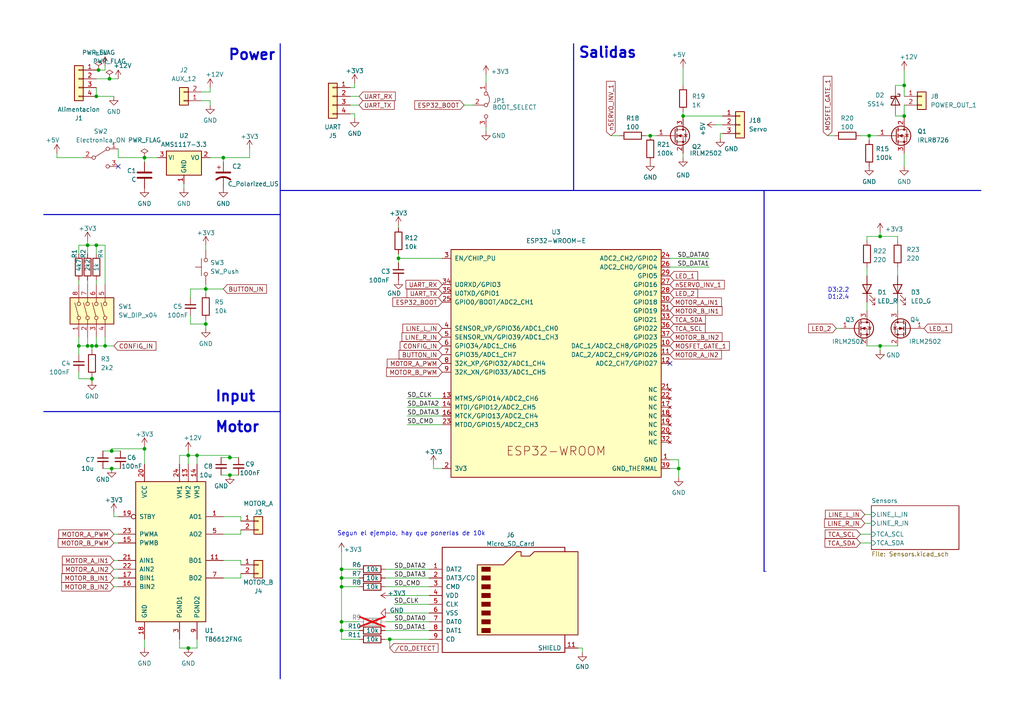
<source format=kicad_sch>
(kicad_sch (version 20230121) (generator eeschema)
  (paper "A4")
  (title_block (title "Minisumo V1") (company "Por Laboratorio Gluon") (comment 1 "www.twitch.tv/labgluon"))
  (junction (at 64.77 45.72))
  (junction (at 262.255 24.765))
  (junction (at 262.255 33.655))
  (junction (at 26.67 109.855))
  (junction (at 66.675 132.715))
  (junction (at 66.675 137.795))
  (junction (at 26.67 100.33))
  (junction (at 57.15 132.08))
  (junction (at 113.03 185.42))
  (junction (at 252.095 39.37))
  (junction (at 59.69 83.82))
  (junction (at 255.27 100.33))
  (junction (at 30.48 100.33))
  (junction (at 32.385 130.81))
  (junction (at 27.94 100.33))
  (junction (at 28.575 20.32))
  (junction (at 115.57 74.93))
  (junction (at 99.06 165.1))
  (junction (at 32.385 135.89))
  (junction (at 41.91 45.72))
  (junction (at 27.94 27.94))
  (junction (at 188.595 39.37))
  (junction (at 25.4 71.12))
  (junction (at 25.4 100.33))
  (junction (at 59.69 93.98))
  (junction (at 22.86 100.33))
  (junction (at 54.61 187.96))
  (junction (at 54.61 132.08))
  (junction (at 99.06 170.18))
  (junction (at 31.75 22.86))
  (junction (at 196.85 135.89))
  (junction (at 27.94 71.12))
  (junction (at 41.91 130.175))
  (junction (at 255.27 68.58))
  (junction (at 99.06 182.88))
  (junction (at 99.06 180.34))
  (junction (at 198.12 33.655))
  (junction (at 99.06 167.64))
  (no_connect (at 194.31 105.41))
  (no_connect (at 34.29 48.26))
  (wire (pts (xy 34.29 45.72) (xy 41.91 45.72)))
  (wire (pts (xy 52.07 134.62) (xy 52.07 132.08)))
  (wire (pts (xy 99.06 185.42) (xy 99.06 182.88)))
  (wire (pts (xy 260.35 68.58) (xy 260.35 69.85)))
  (wire (pts (xy 16.51 45.72) (xy 16.51 44.45)))
  (wire (pts (xy 250.825 151.765) (xy 252.73 151.765)))
  (wire (pts (xy 60.96 29.21) (xy 60.96 30.48)))
  (wire (pts (xy 57.15 132.08) (xy 54.61 132.08)))
  (polyline (pts (xy 284.48 55.245) (xy 166.37 55.245)) (stroke (width 0.3)))
  (wire (pts (xy 52.07 185.42) (xy 52.07 187.96)))
  (wire (pts (xy 55.245 83.82) (xy 59.69 83.82)))
  (wire (pts (xy 25.4 71.12) (xy 22.86 71.12)))
  (wire (pts (xy 115.57 74.93) (xy 128.27 74.93)))
  (wire (pts (xy 30.48 100.33) (xy 27.94 100.33)))
  (wire (pts (xy 41.91 129.54) (xy 41.91 130.175)))
  (wire (pts (xy 251.46 69.85) (xy 251.46 68.58)))
  (polyline (pts (xy 81.28 55.245) (xy 166.37 55.245)) (stroke (width 0.3)))
  (wire (pts (xy 99.06 167.64) (xy 99.06 170.18)))
  (wire (pts (xy 262.255 33.655) (xy 262.255 34.29)))
  (wire (pts (xy 59.69 82.55) (xy 59.69 83.82)))
  (wire (pts (xy 33.02 154.94) (xy 34.29 154.94)))
  (wire (pts (xy 249.555 157.48) (xy 252.73 157.48)))
  (wire (pts (xy 52.07 187.96) (xy 54.61 187.96)))
  (wire (pts (xy 69.85 167.64) (xy 69.85 166.37)))
  (wire (pts (xy 125.73 135.89) (xy 125.73 134.62)))
  (wire (pts (xy 111.76 180.34) (xy 124.46 180.34)))
  (wire (pts (xy 30.48 71.12) (xy 27.94 71.12)))
  (wire (pts (xy 187.325 39.37) (xy 188.595 39.37)))
  (wire (pts (xy 30.48 97.79) (xy 30.48 100.33)))
  (wire (pts (xy 26.67 100.33) (xy 27.94 100.33)))
  (wire (pts (xy 102.87 33.02) (xy 102.87 34.29)))
  (wire (pts (xy 262.255 20.32) (xy 262.255 24.765)))
  (wire (pts (xy 22.86 81.28) (xy 22.86 82.55)))
  (wire (pts (xy 188.595 39.37) (xy 190.5 39.37)))
  (wire (pts (xy 60.96 26.67) (xy 60.96 25.4)))
  (wire (pts (xy 99.06 160.02) (xy 99.06 165.1)))
  (wire (pts (xy 25.4 100.33) (xy 26.67 100.33)))
  (wire (pts (xy 58.42 26.67) (xy 60.96 26.67)))
  (wire (pts (xy 27.94 20.32) (xy 28.575 20.32)))
  (wire (pts (xy 113.03 172.72) (xy 124.46 172.72)))
  (wire (pts (xy 57.15 187.96) (xy 57.15 185.42)))
  (wire (pts (xy 55.245 91.44) (xy 55.245 93.98)))
  (wire (pts (xy 30.48 100.33) (xy 33.02 100.33)))
  (wire (pts (xy 102.87 25.4) (xy 102.87 24.13)))
  (wire (pts (xy 111.76 170.18) (xy 124.46 170.18)))
  (wire (pts (xy 27.94 73.66) (xy 27.94 71.12)))
  (wire (pts (xy 33.02 149.86) (xy 33.02 148.59)))
  (wire (pts (xy 66.675 132.715) (xy 66.675 132.08)))
  (polyline (pts (xy 12.7 62.23) (xy 81.28 62.23)) (stroke (width 0.3)))
  (wire (pts (xy 101.6 33.02) (xy 102.87 33.02)))
  (polyline (pts (xy 221.615 165.735) (xy 222.25 165.735)))
  (wire (pts (xy 111.76 167.64) (xy 124.46 167.64)))
  (wire (pts (xy 255.27 100.33) (xy 255.27 101.6)))
  (wire (pts (xy 111.76 165.1) (xy 124.46 165.1)))
  (wire (pts (xy 59.69 93.98) (xy 59.69 95.25)))
  (wire (pts (xy 41.91 45.72) (xy 45.72 45.72)))
  (wire (pts (xy 128.27 135.89) (xy 125.73 135.89)))
  (wire (pts (xy 242.57 95.25) (xy 243.84 95.25)))
  (wire (pts (xy 34.29 43.18) (xy 34.29 45.72)))
  (wire (pts (xy 101.6 25.4) (xy 102.87 25.4)))
  (wire (pts (xy 251.46 77.47) (xy 251.46 80.01)))
  (wire (pts (xy 262.255 44.45) (xy 262.255 48.26)))
  (wire (pts (xy 118.11 118.11) (xy 128.27 118.11)))
  (wire (pts (xy 27.94 22.86) (xy 31.75 22.86)))
  (wire (pts (xy 99.06 170.18) (xy 99.06 180.34)))
  (wire (pts (xy 58.42 29.21) (xy 60.96 29.21)))
  (wire (pts (xy 64.77 149.86) (xy 69.85 149.86)))
  (wire (pts (xy 30.48 71.12) (xy 30.48 82.55)))
  (wire (pts (xy 72.39 43.18) (xy 72.39 45.72)))
  (wire (pts (xy 99.06 180.34) (xy 104.14 180.34)))
  (wire (pts (xy 55.245 86.36) (xy 55.245 83.82)))
  (wire (pts (xy 113.03 177.8) (xy 124.46 177.8)))
  (wire (pts (xy 113.03 185.42) (xy 124.46 185.42)))
  (wire (pts (xy 249.555 154.94) (xy 252.73 154.94)))
  (polyline (pts (xy 221.615 55.245) (xy 221.615 165.735)) (stroke (width 0.3)))
  (wire (pts (xy 30.48 19.05) (xy 30.48 20.32)))
  (wire (pts (xy 22.86 100.33) (xy 22.86 102.87)))
  (wire (pts (xy 251.46 100.33) (xy 255.27 100.33)))
  (wire (pts (xy 252.095 39.37) (xy 252.095 40.64)))
  (wire (pts (xy 22.86 97.79) (xy 22.86 100.33)))
  (wire (pts (xy 41.91 45.72) (xy 41.91 46.99)))
  (wire (pts (xy 118.11 123.19) (xy 128.27 123.19)))
  (wire (pts (xy 33.02 162.56) (xy 34.29 162.56)))
  (wire (pts (xy 111.76 185.42) (xy 113.03 185.42)))
  (wire (pts (xy 59.69 83.82) (xy 59.69 85.09)))
  (wire (pts (xy 64.77 162.56) (xy 69.85 162.56)))
  (wire (pts (xy 26.67 100.33) (xy 26.67 101.6)))
  (wire (pts (xy 260.35 87.63) (xy 260.35 90.17)))
  (wire (pts (xy 259.715 25.4) (xy 259.715 24.765)))
  (wire (pts (xy 33.02 170.18) (xy 34.29 170.18)))
  (wire (pts (xy 32.385 130.81) (xy 32.385 130.175)))
  (wire (pts (xy 198.12 32.385) (xy 198.12 33.655)))
  (wire (pts (xy 99.06 165.1) (xy 99.06 167.64)))
  (wire (pts (xy 53.34 53.34) (xy 53.34 54.61)))
  (wire (pts (xy 255.27 100.33) (xy 260.35 100.33)))
  (wire (pts (xy 99.06 165.1) (xy 104.14 165.1)))
  (wire (pts (xy 140.97 36.83) (xy 140.97 38.1)))
  (wire (pts (xy 250.825 149.225) (xy 252.73 149.225)))
  (wire (pts (xy 198.12 44.45) (xy 198.12 45.72)))
  (wire (pts (xy 207.645 36.195) (xy 209.55 36.195)))
  (wire (pts (xy 99.06 182.88) (xy 104.14 182.88)))
  (wire (pts (xy 25.4 71.12) (xy 25.4 73.66)))
  (wire (pts (xy 25.4 69.85) (xy 25.4 71.12)))
  (wire (pts (xy 115.57 73.66) (xy 115.57 74.93)))
  (wire (pts (xy 64.77 46.99) (xy 64.77 45.72)))
  (wire (pts (xy 33.02 165.1) (xy 34.29 165.1)))
  (wire (pts (xy 22.86 107.95) (xy 22.86 109.855)))
  (wire (pts (xy 114.3 175.26) (xy 124.46 175.26)))
  (wire (pts (xy 69.85 162.56) (xy 69.85 163.83)))
  (wire (pts (xy 33.02 157.48) (xy 34.29 157.48)))
  (wire (pts (xy 25.4 81.28) (xy 25.4 82.55)))
  (wire (pts (xy 262.255 30.48) (xy 262.255 33.655)))
  (wire (pts (xy 27.94 100.33) (xy 27.94 97.79)))
  (wire (pts (xy 41.91 130.175) (xy 41.91 134.62)))
  (wire (pts (xy 208.915 40.005) (xy 208.915 38.735)))
  (wire (pts (xy 33.02 167.64) (xy 34.29 167.64)))
  (wire (pts (xy 25.4 97.79) (xy 25.4 100.33)))
  (wire (pts (xy 113.03 185.42) (xy 113.03 187.96)))
  (wire (pts (xy 32.385 130.175) (xy 41.91 130.175)))
  (wire (pts (xy 29.845 135.89) (xy 32.385 135.89)))
  (wire (pts (xy 101.6 30.48) (xy 104.14 30.48)))
  (wire (pts (xy 59.69 71.12) (xy 59.69 72.39)))
  (wire (pts (xy 115.57 65.405) (xy 115.57 66.04)))
  (wire (pts (xy 196.85 135.89) (xy 196.85 138.43)))
  (polyline (pts (xy 12.7 119.38) (xy 81.28 119.38)) (stroke (width 0.3)))
  (wire (pts (xy 32.385 135.89) (xy 34.925 135.89)))
  (wire (pts (xy 27.94 27.94) (xy 33.02 27.94)))
  (wire (pts (xy 251.46 68.58) (xy 255.27 68.58)))
  (wire (pts (xy 31.75 22.86) (xy 34.29 22.86)))
  (wire (pts (xy 41.91 185.42) (xy 41.91 187.96)))
  (wire (pts (xy 255.27 68.58) (xy 260.35 68.58)))
  (wire (pts (xy 66.675 137.795) (xy 69.215 137.795)))
  (wire (pts (xy 99.06 170.18) (xy 104.14 170.18)))
  (wire (pts (xy 26.67 109.855) (xy 26.67 110.49)))
  (wire (pts (xy 57.15 132.08) (xy 66.675 132.08)))
  (wire (pts (xy 54.61 187.96) (xy 57.15 187.96)))
  (wire (pts (xy 104.14 185.42) (xy 99.06 185.42)))
  (wire (pts (xy 59.69 83.82) (xy 64.77 83.82)))
  (wire (pts (xy 194.31 133.35) (xy 196.85 133.35)))
  (wire (pts (xy 118.11 120.65) (xy 128.27 120.65)))
  (wire (pts (xy 99.06 180.34) (xy 99.06 182.88)))
  (wire (pts (xy 101.6 27.94) (xy 104.14 27.94)))
  (wire (pts (xy 26.67 109.22) (xy 26.67 109.855)))
  (wire (pts (xy 208.915 38.735) (xy 209.55 38.735)))
  (wire (pts (xy 64.77 167.64) (xy 69.85 167.64)))
  (polyline (pts (xy 81.28 12.7) (xy 81.28 62.23)) (stroke (width 0.3)))
  (wire (pts (xy 259.715 33.655) (xy 262.255 33.655)))
  (wire (pts (xy 22.86 71.12) (xy 22.86 73.66)))
  (wire (pts (xy 60.96 45.72) (xy 64.77 45.72)))
  (wire (pts (xy 168.91 187.96) (xy 168.91 189.23)))
  (wire (pts (xy 34.29 149.86) (xy 33.02 149.86)))
  (polyline (pts (xy 166.37 17.145) (xy 166.37 55.245)) (stroke (width 0.3)))
  (wire (pts (xy 259.715 33.02) (xy 259.715 33.655)))
  (wire (pts (xy 254.635 39.37) (xy 252.095 39.37)))
  (polyline (pts (xy 166.37 12.7) (xy 166.37 17.145)) (stroke (width 0.3)))
  (polyline (pts (xy 166.37 55.245) (xy 166.37 55.245)) (stroke (width 0.3)))
  (wire (pts (xy 260.35 77.47) (xy 260.35 80.01)))
  (wire (pts (xy 22.86 100.33) (xy 25.4 100.33)))
  (polyline (pts (xy 81.28 62.23) (xy 81.28 119.38)) (stroke (width 0.3)))
  (wire (pts (xy 198.12 19.685) (xy 198.12 24.765)))
  (wire (pts (xy 27.94 81.28) (xy 27.94 82.55)))
  (wire (pts (xy 64.135 137.795) (xy 66.675 137.795)))
  (wire (pts (xy 194.31 77.47) (xy 205.74 77.47)))
  (wire (pts (xy 69.85 154.94) (xy 64.77 154.94)))
  (wire (pts (xy 22.86 109.855) (xy 26.67 109.855)))
  (wire (pts (xy 194.31 135.89) (xy 196.85 135.89)))
  (wire (pts (xy 240.03 39.37) (xy 241.935 39.37)))
  (wire (pts (xy 54.61 132.08) (xy 54.61 134.62)))
  (wire (pts (xy 29.845 130.81) (xy 32.385 130.81)))
  (wire (pts (xy 198.12 33.655) (xy 198.12 34.29)))
  (polyline (pts (xy 81.28 119.38) (xy 81.28 196.85)) (stroke (width 0.3)))
  (wire (pts (xy 24.13 45.72) (xy 16.51 45.72)))
  (wire (pts (xy 134.62 30.48) (xy 137.16 30.48)))
  (wire (pts (xy 28.575 20.32) (xy 30.48 20.32)))
  (wire (pts (xy 27.94 71.12) (xy 25.4 71.12)))
  (wire (pts (xy 198.12 33.655) (xy 209.55 33.655)))
  (wire (pts (xy 64.135 132.715) (xy 66.675 132.715)))
  (wire (pts (xy 167.64 187.96) (xy 168.91 187.96)))
  (wire (pts (xy 55.245 93.98) (xy 59.69 93.98)))
  (wire (pts (xy 27.94 25.4) (xy 27.94 27.94)))
  (wire (pts (xy 99.06 167.64) (xy 104.14 167.64)))
  (wire (pts (xy 69.85 153.67) (xy 69.85 154.94)))
  (wire (pts (xy 251.46 87.63) (xy 251.46 90.17)))
  (wire (pts (xy 52.07 132.08) (xy 54.61 132.08)))
  (wire (pts (xy 115.57 74.93) (xy 115.57 76.2)))
  (wire (pts (xy 32.385 130.81) (xy 34.925 130.81)))
  (wire (pts (xy 64.77 45.72) (xy 72.39 45.72)))
  (wire (pts (xy 54.61 132.08) (xy 54.61 130.81)))
  (wire (pts (xy 59.69 92.71) (xy 59.69 93.98)))
  (wire (pts (xy 259.715 24.765) (xy 262.255 24.765)))
  (wire (pts (xy 57.15 134.62) (xy 57.15 132.08)))
  (wire (pts (xy 111.76 182.88) (xy 124.46 182.88)))
  (wire (pts (xy 196.85 133.35) (xy 196.85 135.89)))
  (wire (pts (xy 140.97 21.59) (xy 140.97 24.13)))
  (wire (pts (xy 66.675 132.715) (xy 69.215 132.715)))
  (wire (pts (xy 262.255 24.765) (xy 262.255 27.94)))
  (wire (pts (xy 118.11 115.57) (xy 128.27 115.57)))
  (wire (pts (xy 69.85 149.86) (xy 69.85 151.13)))
  (wire (pts (xy 177.165 39.37) (xy 179.705 39.37)))
  (wire (pts (xy 249.555 39.37) (xy 252.095 39.37)))
  (wire (pts (xy 194.31 74.93) (xy 205.74 74.93)))
  (wire (pts (xy 255.27 67.31) (xy 255.27 68.58)))
  (text "Motor" (at 62.23 125.73 0) (effects (font (size 3 3) (thickness 0.6) bold) (justify left bottom)))
  (text "Segun el ejemplo, hay que ponerlas de 10k\n" (at 97.79 155.575 0) (effects (font (size 1.27 1.27)) (justify left bottom)))
  (text "Power" (at 66.04 17.78 0) (effects (font (size 3 3) (thickness 0.6) bold) (justify left bottom)))
  (text "Salidas" (at 167.64 17.145 0) (effects (font (size 3 3) (thickness 0.6) bold) (justify left bottom)))
  (text "D3:2.2\nD1:2.4" (at 240.03 86.995 0) (effects (font (size 1.27 1.27)) (justify left bottom)))
  (text "Todo:\n-----------\n- Leds de estado\n- Salida Servo PWM (x2)\n- Salida High-Power (MOSFET)\n- Control WS2812? (1 Pin)\n- Salida I2c\n" (at 304.8 62.865 0) (effects (font (size 1.27 1.27)) (justify left bottom)))
  (text "Input" (at 62.23 116.84 0) (effects (font (size 3 3) (thickness 0.6) bold) (justify left bottom)))
  (label "SD_DATA2" (at 114.3 165.1 0))
  (label "SD_DATA3" (at 118.11 120.65 0))
  (label "SD_CMD" (at 114.3 170.18 0))
  (label "SD_CLK" (at 114.3 175.26 0))
  (label "SD_DATA0" (at 205.74 74.93 180))
  (label "SD_DATA1" (at 114.3 182.88 0))
  (label "SD_DATA3" (at 114.3 167.64 0))
  (label "SD_DATA2" (at 118.11 118.11 0))
  (label "SD_DATA0" (at 114.3 180.34 0))
  (label "SD_CLK" (at 118.11 115.57 0))
  (label "SD_CMD" (at 118.11 123.19 0))
  (label "SD_DATA1" (at 205.74 77.47 180))
  (global_label "MOTOR_A_PWM" (shape input) (at 33.02 154.94 180) (property "Intersheetrefs" "${INTERSHEET_REFS}" (effects hide)))
  (global_label "LED_1" (shape input) (at 194.31 80.01 0) (property "Intersheetrefs" "${INTERSHEET_REFS}" (effects hide)))
  (global_label "UART_TX" (shape input) (at 128.27 85.09 180) (property "Intersheetrefs" "${INTERSHEET_REFS}" (effects hide)))
  (global_label "ESP32_BOOT" (shape input) (at 134.62 30.48 180) (property "Intersheetrefs" "${INTERSHEET_REFS}" (effects hide)))
  (global_label "LED_2" (shape input) (at 242.57 95.25 180) (property "Intersheetrefs" "${INTERSHEET_REFS}" (effects hide)))
  (global_label "UART_TX" (shape input) (at 104.14 30.48 0) (property "Intersheetrefs" "${INTERSHEET_REFS}" (effects hide)))
  (global_label "UART_RX" (shape input) (at 128.27 82.55 180) (property "Intersheetrefs" "${INTERSHEET_REFS}" (effects hide)))
  (global_label "nSERVO_INV_1" (shape input) (at 194.31 82.55 0) (property "Intersheetrefs" "${INTERSHEET_REFS}" (effects hide)))
  (global_label "MOTOR_B_IN1" (shape input) (at 33.02 167.64 180) (property "Intersheetrefs" "${INTERSHEET_REFS}" (effects hide)))
  (global_label "TCA_SDA" (shape input) (at 194.31 92.71 0) (property "Intersheetrefs" "${INTERSHEET_REFS}" (effects hide)))
  (global_label "LED_2" (shape input) (at 194.31 85.09 0) (property "Intersheetrefs" "${INTERSHEET_REFS}" (effects hide)))
  (global_label "LINE_L_IN" (shape input) (at 128.27 95.25 180) (property "Intersheetrefs" "${INTERSHEET_REFS}" (effects hide)))
  (global_label "TCA_SCL" (shape input) (at 249.555 154.94 180) (property "Intersheetrefs" "${INTERSHEET_REFS}" (effects hide)))
  (global_label "LINE_L_IN" (shape input) (at 250.825 149.225 180) (property "Intersheetrefs" "${INTERSHEET_REFS}" (effects hide)))
  (global_label "MOTOR_B_IN1" (shape input) (at 194.31 90.17 0) (property "Intersheetrefs" "${INTERSHEET_REFS}" (effects hide)))
  (global_label "MOSFET_GATE_1" (shape input) (at 194.31 100.33 0) (property "Intersheetrefs" "${INTERSHEET_REFS}" (effects hide)))
  (global_label "TCA_SCL" (shape input) (at 194.31 95.25 0) (property "Intersheetrefs" "${INTERSHEET_REFS}" (effects hide)))
  (global_label "{slash}CD_DETECT" (shape input) (at 113.03 187.96 0) (property "Intersheetrefs" "${INTERSHEET_REFS}" (effects hide)))
  (global_label "LINE_R_IN" (shape input) (at 128.27 97.79 180) (property "Intersheetrefs" "${INTERSHEET_REFS}" (effects hide)))
  (global_label "MOTOR_A_IN2" (shape input) (at 33.02 165.1 180) (property "Intersheetrefs" "${INTERSHEET_REFS}" (effects hide)))
  (global_label "LED_1" (shape input) (at 267.97 95.25 0) (property "Intersheetrefs" "${INTERSHEET_REFS}" (effects hide)))
  (global_label "MOTOR_A_PWM" (shape input) (at 128.27 105.41 180) (property "Intersheetrefs" "${INTERSHEET_REFS}" (effects hide)))
  (global_label "MOTOR_A_IN1" (shape input) (at 194.31 87.63 0) (property "Intersheetrefs" "${INTERSHEET_REFS}" (effects hide)))
  (global_label "CONFIG_IN" (shape input) (at 33.02 100.33 0) (property "Intersheetrefs" "${INTERSHEET_REFS}" (effects hide)))
  (global_label "LINE_R_IN" (shape input) (at 250.825 151.765 180) (property "Intersheetrefs" "${INTERSHEET_REFS}" (effects hide)))
  (global_label "MOTOR_B_PWM" (shape input) (at 33.02 157.48 180) (property "Intersheetrefs" "${INTERSHEET_REFS}" (effects hide)))
  (global_label "ESP32_BOOT" (shape input) (at 128.27 87.63 180) (property "Intersheetrefs" "${INTERSHEET_REFS}" (effects hide)))
  (global_label "MOSFET_GATE_1" (shape input) (at 240.03 39.37 90) (property "Intersheetrefs" "${INTERSHEET_REFS}" (effects hide)))
  (global_label "BUTTON_IN" (shape input) (at 64.77 83.82 0) (property "Intersheetrefs" "${INTERSHEET_REFS}" (effects hide)))
  (global_label "MOTOR_B_IN2" (shape input) (at 33.02 170.18 180) (property "Intersheetrefs" "${INTERSHEET_REFS}" (effects hide)))
  (global_label "BUTTON_IN" (shape input) (at 128.27 102.87 180) (property "Intersheetrefs" "${INTERSHEET_REFS}" (effects hide)))
  (global_label "MOTOR_B_IN2" (shape input) (at 194.31 97.79 0) (property "Intersheetrefs" "${INTERSHEET_REFS}" (effects hide)))
  (global_label "CONFIG_IN" (shape input) (at 128.27 100.33 180) (property "Intersheetrefs" "${INTERSHEET_REFS}" (effects hide)))
  (global_label "nSERVO_INV_1" (shape input) (at 177.165 39.37 90) (property "Intersheetrefs" "${INTERSHEET_REFS}" (effects hide)))
  (global_label "UART_RX" (shape input) (at 104.14 27.94 0) (property "Intersheetrefs" "${INTERSHEET_REFS}" (effects hide)))
  (global_label "MOTOR_A_IN1" (shape input) (at 33.02 162.56 180) (property "Intersheetrefs" "${INTERSHEET_REFS}" (effects hide)))
  (global_label "MOTOR_A_IN2" (shape input) (at 194.31 102.87 0) (property "Intersheetrefs" "${INTERSHEET_REFS}" (effects hide)))
  (global_label "MOTOR_B_PWM" (shape input) (at 128.27 107.95 180) (property "Intersheetrefs" "${INTERSHEET_REFS}" (effects hide)))
  (global_label "TCA_SDA" (shape input) (at 249.555 157.48 180) (property "Intersheetrefs" "${INTERSHEET_REFS}" (effects hide)))
  (symbol (lib_id "Device:LED") (at 251.46 83.82 90) (unit 1)
    (property "Reference" "D1" (at 254.508 84.7725 90) (effects (justify right)))
    (property "Value" "LED_R" (at 254.508 87.3125 90) (effects (justify right)))
    (property "Footprint" "LED_SMD:LED_1210_3225Metric_Pad1.42x2.65mm_HandSolder" (effects hide))
  )
  (symbol (lib_id "Device:R") (at 251.46 73.66 0) (mirror y) (unit 1)
    (property "Reference" "R22" (at 253.238 72.8253 0) (effects (justify right)))
    (property "Value" "220" (at 253.238 75.3622 0) (effects (justify right)))
    (property "Footprint" "Resistor_SMD:R_1206_3216Metric_Pad1.30x1.75mm_HandSolder" (effects hide))
  )
  (symbol (lib_id "Device:R") (at 25.4 77.47 180) (unit 1)
    (property "Reference" "R2" (at 24.13 74.93 90) (effects (justify right)))
    (property "Value" "2k2" (at 25.4 78.74 90) (effects (justify right)))
    (property "Footprint" "Resistor_SMD:R_1206_3216Metric_Pad1.30x1.75mm_HandSolder" (effects hide))
  )
  (symbol (lib_id "power:GND") (at 64.77 54.61 0) (unit 1)
    (property "Reference" "#PWR018" (effects hide))
    (property "Value" "GND" (at 64.77 59.0534 0))
  )
  (symbol (lib_id "power:+12V") (at 262.255 20.32 0) (unit 1)
    (property "Reference" "#PWR035" (effects hide))
    (property "Value" "+12V" (at 263.525 16.51 0))
  )
  (symbol (lib_id "power:+3V3") (at 255.27 67.31 0) (mirror y) (unit 1)
    (property "Reference" "#PWR063" (effects hide))
    (property "Value" "+3V3" (at 256.667 66.4738 0) (effects (justify right)))
  )
  (symbol (lib_id "Device:R") (at 183.515 39.37 90) (unit 1)
    (property "Reference" "R18" (at 183.515 34.29 90))
    (property "Value" "100" (at 183.515 36.83 90))
    (property "Footprint" "Resistor_SMD:R_1206_3216Metric_Pad1.30x1.75mm_HandSolder" (effects hide))
  )
  (symbol (lib_id "power:GND") (at 198.12 45.72 0) (unit 1)
    (property "Reference" "#PWR059" (effects hide))
    (property "Value" "GND" (at 198.12 50.8 0))
  )
  (symbol (lib_id "power:GND") (at 33.02 27.94 0) (unit 1)
    (property "Reference" "#PWR06" (effects hide))
    (property "Value" "GND" (at 33.02 32.3834 0))
  )
  (symbol (lib_id "power:+3V3") (at 41.91 129.54 0) (mirror y) (unit 1)
    (property "Reference" "#PWR09" (effects hide))
    (property "Value" "+3V3" (at 41.91 125.9642 0))
  )
  (symbol (lib_id "Device:D_Schottky") (at 259.715 29.21 270) (unit 1)
    (property "Reference" "D2" (at 256.54 27.6225 90) (effects (justify right)))
    (property "Value" "SS14" (at 256.54 30.1625 90) (effects (justify right)))
    (property "Footprint" "Diode_SMD:D_SMA_Handsoldering" (effects hide))
  )
  (symbol (lib_id "Driver_Motor:TB6612FNG") (at 49.53 160.02 0) (unit 1)
    (property "Reference" "U1" (at 59.3441 182.88 0) (effects (justify left)))
    (property "Value" "TB6612FNG" (at 59.3441 185.42 0) (effects (justify left)))
    (property "Footprint" "Package_SO:SSOP-24_5.3x8.2mm_P0.65mm" (effects hide))
    (property "Datasheet" "https://toshiba.semicon-storage.com/us/product/linear/motordriver/detail.TB6612FNG.html" (effects hide))
  )
  (symbol (lib_id "Device:R") (at 188.595 43.18 180) (unit 1)
    (property "Reference" "R21" (at 190.5 41.91 0) (effects (justify right)))
    (property "Value" "100k" (at 190.5 44.45 0) (effects (justify right)))
    (property "Footprint" "Resistor_SMD:R_1206_3216Metric_Pad1.30x1.75mm_HandSolder" (effects hide))
  )
  (symbol (lib_id "power:PWR_FLAG") (at 28.575 20.32 0) (unit 1)
    (property "Reference" "#FLG01" (effects hide))
    (property "Value" "PWR_FLAG" (at 28.575 15.24 0))
  )
  (symbol (lib_id "Device:C") (at 41.91 50.8 0) (unit 1)
    (property "Reference" "C1" (at 36.83 49.53 0) (effects (justify left)))
    (property "Value" "C" (at 38.1 52.07 0) (effects (justify left)))
    (property "Footprint" "Capacitor_SMD:C_1206_3216Metric_Pad1.33x1.80mm_HandSolder" (effects hide))
  )
  (symbol (lib_id "power:GND") (at 255.27 101.6 0) (mirror y) (unit 1)
    (property "Reference" "#PWR064" (effects hide))
    (property "Value" "GND" (at 261.112 102.997 0) (effects (justify left)))
  )
  (symbol (lib_id "power:+12V") (at 54.61 130.81 0) (unit 1)
    (property "Reference" "#PWR012" (effects hide))
    (property "Value" "+12V" (at 55.88 127 0))
  )
  (symbol (lib_id "Device:R") (at 107.95 167.64 270) (unit 1)
    (property "Reference" "R7" (at 104.775 166.37 90) (effects (justify right)))
    (property "Value" "10k" (at 109.855 167.64 90) (effects (justify right)))
    (property "Footprint" "Resistor_SMD:R_1206_3216Metric_Pad1.30x1.75mm_HandSolder" (effects hide))
  )
  (symbol (lib_id "Switch:SW_SPDT") (at 29.21 45.72 0) (unit 1)
    (property "Reference" "SW2" (at 29.21 38.1 0))
    (property "Value" "Electronica_ON" (at 29.21 40.64 0))
    (property "Footprint" "switches:SS12D07VG2" (effects hide))
  )
  (symbol (lib_id "power:GND") (at 59.69 95.25 0) (unit 1)
    (property "Reference" "#PWR015" (effects hide))
    (property "Value" "GND" (at 59.69 99.6934 0))
  )
  (symbol (lib_id "power:+3V3") (at 72.39 43.18 0) (mirror y) (unit 1)
    (property "Reference" "#PWR019" (effects hide))
    (property "Value" "+3V3" (at 72.39 39.6042 0))
  )
  (symbol (lib_id "power:GND") (at 26.67 110.49 0) (unit 1)
    (property "Reference" "#PWR03" (effects hide))
    (property "Value" "GND" (at 26.67 114.9334 0))
  )
  (symbol (lib_id "Device:R") (at 107.95 182.88 270) (unit 1)
    (property "Reference" "R10" (at 104.775 181.61 90) (effects (justify right)))
    (property "Value" "10k" (at 109.855 182.88 90) (effects (justify right)))
    (property "Footprint" "Resistor_SMD:R_1206_3216Metric_Pad1.30x1.75mm_HandSolder" (effects hide))
  )
  (symbol (lib_id "power:GND") (at 54.61 187.96 0) (unit 1)
    (property "Reference" "#PWR013" (effects hide))
    (property "Value" "GND" (at 54.61 192.4034 0))
  )
  (symbol (lib_id "power:+3V3") (at 59.69 71.12 0) (mirror y) (unit 1)
    (property "Reference" "#PWR014" (effects hide))
    (property "Value" "+3V3" (at 59.69 67.5442 0))
  )
  (symbol (lib_id "power:+5V") (at 207.645 36.195 90) (unit 1)
    (property "Reference" "#PWR061" (effects hide))
    (property "Value" "+5V" (at 203.835 37.465 0))
  )
  (symbol (lib_id "Device:C_Small") (at 34.925 133.35 0) (unit 1)
    (property "Reference" "C6" (at 36.83 132.715 0) (effects (justify left)))
    (property "Value" "100nF" (at 41.275 135.255 0) (effects (justify right)))
    (property "Footprint" "Capacitor_SMD:C_1206_3216Metric_Pad1.33x1.80mm_HandSolder" (effects hide))
  )
  (symbol (lib_id "Device:R") (at 107.95 185.42 270) (unit 1)
    (property "Reference" "R11" (at 104.775 184.15 90) (effects (justify right)))
    (property "Value" "10k" (at 109.855 185.42 90) (effects (justify right)))
    (property "Footprint" "Resistor_SMD:R_1206_3216Metric_Pad1.30x1.75mm_HandSolder" (effects hide))
  )
  (symbol (lib_id "power:PWR_FLAG") (at 31.75 22.86 0) (unit 1)
    (property "Reference" "#FLG02" (effects hide))
    (property "Value" "PWR_FLAG" (at 31.75 17.78 0))
  )
  (symbol (lib_id "Device:R") (at 26.67 105.41 180) (unit 1)
    (property "Reference" "R3" (at 29.21 104.14 0) (effects (justify right)))
    (property "Value" "2k2" (at 29.21 106.68 0) (effects (justify right)))
    (property "Footprint" "Resistor_SMD:R_1206_3216Metric_Pad1.30x1.75mm_HandSolder" (effects hide))
  )
  (symbol (lib_id "Espressif:ESP32-WROOM-E") (at 161.29 105.41 0) (unit 1)
    (property "Reference" "U3" (at 161.29 67.31 0))
    (property "Value" "ESP32-WROOM-E" (at 161.29 69.85 0))
    (property "Footprint" "Espressif:ESP32-WROOM-32E" (effects hide))
    (property "Datasheet" "https://www.espressif.com/sites/default/files/documentation/esp32-wroom-32e_esp32-wroom-32ue_datasheet_en.pdf" (effects hide))
  )
  (symbol (lib_id "Device:R") (at 107.95 165.1 270) (unit 1)
    (property "Reference" "R6" (at 104.775 163.83 90) (effects (justify right)))
    (property "Value" "10k" (at 109.855 165.1 90) (effects (justify right)))
    (property "Footprint" "Resistor_SMD:R_1206_3216Metric_Pad1.30x1.75mm_HandSolder" (effects hide))
  )
  (symbol (lib_id "power:GND") (at 60.96 30.48 0) (unit 1)
    (property "Reference" "#PWR017" (effects hide))
    (property "Value" "GND" (at 60.96 34.9234 0))
  )
  (symbol (lib_id "power:+3V3") (at 99.06 160.02 0) (mirror y) (unit 1)
    (property "Reference" "#PWR020" (effects hide))
    (property "Value" "+3V3" (at 99.695 159.385 0) (effects (justify right)))
  )
  (symbol (lib_id "power:PWR_FLAG") (at 41.91 45.72 0) (unit 1)
    (property "Reference" "#FLG03" (effects hide))
    (property "Value" "PWR_FLAG" (at 41.91 40.64 0))
  )
  (symbol (lib_id "power:GND") (at 196.85 138.43 0) (unit 1)
    (property "Reference" "#PWR031" (effects hide))
    (property "Value" "GND" (at 196.85 142.8734 0))
  )
  (symbol (lib_id "Device:C_Small") (at 69.215 135.255 0) (unit 1)
    (property "Reference" "C9" (at 71.12 134.62 0) (effects (justify left)))
    (property "Value" "100nF" (at 75.565 137.16 0) (effects (justify right)))
    (property "Footprint" "Capacitor_SMD:C_1206_3216Metric_Pad1.33x1.80mm_HandSolder" (effects hide))
  )
  (symbol (lib_id "Connector_Generic:Conn_01x02") (at 74.93 151.13 0) (unit 1)
    (property "Reference" "J3" (at 74.93 148.59 0))
    (property "Value" "MOTOR_A" (at 74.93 146.05 0))
    (property "Footprint" "connectors:S2B-XH-SM4-TB" (effects hide))
  )
  (symbol (lib_id "power:GND") (at 113.03 177.8 270) (mirror x) (unit 1)
    (property "Reference" "#PWR024" (effects hide))
    (property "Value" "GND" (at 113.03 177.038 90) (effects (justify left)))
  )
  (symbol (lib_id "power:+3V3") (at 125.73 134.62 0) (mirror y) (unit 1)
    (property "Reference" "#PWR027" (effects hide))
    (property "Value" "+3V3" (at 125.73 131.0442 0))
  )
  (symbol (lib_id "power:GND") (at 115.57 81.28 0) (unit 1)
    (property "Reference" "#PWR026" (effects hide))
    (property "Value" "GND" (at 114.3 85.09 0))
  )
  (symbol (lib_id "Device:R") (at 107.95 170.18 270) (unit 1)
    (property "Reference" "R8" (at 104.775 168.91 90) (effects (justify right)))
    (property "Value" "10k" (at 109.855 170.18 90) (effects (justify right)))
    (property "Footprint" "Resistor_SMD:R_1206_3216Metric_Pad1.30x1.75mm_HandSolder" (effects hide))
  )
  (symbol (lib_id "power:GND") (at 66.675 137.795 0) (mirror y) (unit 1)
    (property "Reference" "#PWR067" (effects hide))
    (property "Value" "GND" (at 64.135 140.97 0))
  )
  (symbol (lib_id "power:GND") (at 102.87 34.29 0) (unit 1)
    (property "Reference" "#PWR022" (effects hide))
    (property "Value" "GND" (at 102.87 38.7334 0))
  )
  (symbol (lib_id "Device:C_Small") (at 29.845 133.35 0) (unit 1)
    (property "Reference" "C7" (at 24.765 133.35 0) (effects (justify left)))
    (property "Value" "10u" (at 27.305 135.89 0) (effects (justify right)))
    (property "Footprint" "Capacitor_SMD:C_1206_3216Metric_Pad1.33x1.80mm_HandSolder" (effects hide))
  )
  (symbol (lib_id "Device:R") (at 59.69 88.9 180) (unit 1)
    (property "Reference" "R5" (at 62.23 87.63 0) (effects (justify right)))
    (property "Value" "10k" (at 62.23 90.17 0) (effects (justify right)))
    (property "Footprint" "Resistor_SMD:R_1206_3216Metric_Pad1.30x1.75mm_HandSolder" (effects hide))
  )
  (symbol (lib_id "power:GND") (at 252.095 48.26 0) (unit 1)
    (property "Reference" "#PWR034" (effects hide))
    (property "Value" "GND" (at 252.095 52.7034 0))
  )
  (symbol (lib_id "Device:R") (at 198.12 28.575 180) (unit 1)
    (property "Reference" "R19" (at 200.66 27.94 0) (effects (justify right)))
    (property "Value" "1K" (at 200.66 30.48 0) (effects (justify right)))
    (property "Footprint" "Resistor_SMD:R_1206_3216Metric_Pad1.30x1.75mm_HandSolder" (effects hide))
  )
  (symbol (lib_id "Connector_Generic:Conn_01x04") (at 22.86 22.86 0) (mirror y) (unit 1)
    (property "Reference" "J1" (at 22.86 34.29 0))
    (property "Value" "Alimentacion" (at 22.86 31.75 0))
    (property "Footprint" "Connector_JST:JST_PH_B4B-PH-K_1x04_P2.00mm_Vertical" (effects hide))
  )
  (symbol (lib_id "Device:Q_NMOS_GDS") (at 259.715 39.37 0) (unit 1)
    (property "Reference" "Q1" (at 266.065 38.1 0) (effects (justify left)))
    (property "Value" "IRLR8726" (at 266.065 40.64 0) (effects (justify left)))
    (property "Footprint" "Package_TO_SOT_SMD:TO-252-2" (effects hide))
    (property "Datasheet" "https://datasheet.lcsc.com/lcsc/2304140030_Infineon-Technologies-IRLR8726TRLPBF_C67280.pdf" (effects hide))
  )
  (symbol (lib_id "Regulator_Linear:AMS1117-3.3") (at 53.34 45.72 0) (unit 1)
    (property "Reference" "U2" (at 53.34 39.37 0))
    (property "Value" "AMS1117-3.3" (at 53.34 41.91 0))
    (property "Footprint" "Package_TO_SOT_SMD:SOT-223-3_TabPin2" (effects hide))
    (property "Datasheet" "http://www.advanced-monolithic.com/pdf/ds1117.pdf" (effects hide))
  )
  (symbol (lib_id "power:+3V3") (at 33.02 148.59 0) (mirror y) (unit 1)
    (property "Reference" "#PWR05" (effects hide))
    (property "Value" "+3V3" (at 33.02 145.0142 0))
  )
  (symbol (lib_id "power:+3V3") (at 140.97 21.59 0) (mirror y) (unit 1)
    (property "Reference" "#PWR028" (effects hide))
    (property "Value" "+3V3" (at 142.367 20.7538 0) (effects (justify right)))
  )
  (symbol (lib_id "Connector_Generic:Conn_01x02") (at 53.34 29.21 180) (unit 1)
    (property "Reference" "J2" (at 53.34 20.32 0))
    (property "Value" "AUX_12" (at 53.34 22.86 0))
    (property "Footprint" "connectors:S2B-XH-SM4-TB" (effects hide))
  )
  (symbol (lib_id "power:+12V") (at 60.96 25.4 0) (unit 1)
    (property "Reference" "#PWR016" (effects hide))
    (property "Value" "+12V" (at 62.23 21.59 0))
  )
  (symbol (lib_id "Device:R") (at 22.86 77.47 180) (unit 1)
    (property "Reference" "R1" (at 21.59 74.93 90) (effects (justify right)))
    (property "Value" "4k7" (at 22.86 78.74 90) (effects (justify right)))
    (property "Footprint" "Resistor_SMD:R_1206_3216Metric_Pad1.30x1.75mm_HandSolder" (effects hide))
  )
  (symbol (lib_id "Jumper:Jumper_3_Bridged12") (at 140.97 30.48 270) (unit 1)
    (property "Reference" "JP1" (at 144.78 29.21 90))
    (property "Value" "BOOT_SELECT" (at 149.225 31.115 90))
    (property "Footprint" "Connector_PinHeader_2.54mm:PinHeader_1x03_P2.54mm_Vertical" (effects hide))
  )
  (symbol (lib_id "Device:R") (at 245.745 39.37 90) (unit 1)
    (property "Reference" "R20" (at 245.745 34.29 90))
    (property "Value" "100" (at 245.745 36.83 90))
    (property "Footprint" "Resistor_SMD:R_1206_3216Metric_Pad1.30x1.75mm_HandSolder" (effects hide))
  )
  (symbol (lib_id "power:GND") (at 208.915 40.005 0) (unit 1)
    (property "Reference" "#PWR062" (effects hide))
    (property "Value" "GND" (at 212.09 43.18 0))
  )
  (symbol (lib_id "power:GND") (at 262.255 48.26 0) (unit 1)
    (property "Reference" "#PWR036" (effects hide))
    (property "Value" "GND" (at 262.255 52.7034 0))
  )
  (symbol (lib_id "power:+3V3") (at 25.4 69.85 0) (mirror y) (unit 1)
    (property "Reference" "#PWR02" (effects hide))
    (property "Value" "+3V3" (at 25.4 66.2742 0))
  )
  (symbol (lib_id "power:GND") (at 168.91 189.23 0) (mirror y) (unit 1)
    (property "Reference" "#PWR030" (effects hide))
    (property "Value" "GND" (at 168.91 193.3655 0))
  )
  (symbol (lib_id "power:GND") (at 32.385 135.89 0) (mirror y) (unit 1)
    (property "Reference" "#PWR066" (effects hide))
    (property "Value" "GND" (at 29.845 139.065 0))
  )
  (symbol (lib_id "Switch:SW_DIP_x04") (at 27.94 90.17 90) (unit 1)
    (property "Reference" "SW1" (at 34.29 88.9 90) (effects (justify right)))
    (property "Value" "SW_DIP_x04" (at 34.29 91.44 90) (effects (justify right)))
    (property "Footprint" "Button_Switch_THT:SW_DIP_SPSTx04_Slide_9.78x12.34mm_W7.62mm_P2.54mm" (effects hide))
  )
  (symbol (lib_id "GluonLib:IRLM2502") (at 248.92 95.25 0) (unit 1)
    (property "Reference" "Q3" (at 245.11 92.71 0) (effects (justify left)))
    (property "Value" "IRLM2502" (at 241.3 99.06 0) (effects (justify left)))
    (property "Footprint" "Package_TO_SOT_SMD:SOT-23" (effects hide))
    (property "Datasheet" "https://www.infineon.com/dgdl/irlml2502pbf.pdf?fileId=5546d462533600a401535668048e2606&redirId=112281" (effects hide))
  )
  (symbol (lib_id "Device:C_Small") (at 64.135 135.255 0) (unit 1)
    (property "Reference" "C8" (at 59.055 135.255 0) (effects (justify left)))
    (property "Value" "10u" (at 61.595 137.795 0) (effects (justify right)))
    (property "Footprint" "Capacitor_SMD:C_1206_3216Metric_Pad1.33x1.80mm_HandSolder" (effects hide))
  )
  (symbol (lib_id "GluonLib:IRLM2502") (at 262.89 95.25 0) (mirror y) (unit 1)
    (property "Reference" "Q4" (at 266.7 92.71 0) (effects (justify left)))
    (property "Value" "IRLM2502" (at 273.05 99.06 0) (effects (justify left)))
    (property "Footprint" "Package_TO_SOT_SMD:SOT-23" (effects hide))
    (property "Datasheet" "https://www.infineon.com/dgdl/irlml2502pbf.pdf?fileId=5546d462533600a401535668048e2606&redirId=112281" (effects hide))
  )
  (symbol (lib_id "power:+12V") (at 34.29 22.86 0) (unit 1)
    (property "Reference" "#PWR07" (effects hide))
    (property "Value" "+12V" (at 35.56 19.05 0))
  )
  (symbol (lib_id "power:+3V3") (at 102.87 24.13 0) (mirror y) (unit 1)
    (property "Reference" "#PWR021" (effects hide))
    (property "Value" "+3V3" (at 102.87 20.5542 0))
  )
  (symbol (lib_id "power:GND") (at 140.97 38.1 0) (mirror y) (unit 1)
    (property "Reference" "#PWR029" (effects hide))
    (property "Value" "GND" (at 146.685 39.37 0) (effects (justify left)))
  )
  (symbol (lib_id "Connector:Micro_SD_Card") (at 147.32 172.72 0) (unit 1)
    (property "Reference" "J6" (at 148.082 155.1772 0))
    (property "Value" "Micro_SD_Card" (at 148.082 157.7141 0))
    (property "Footprint" "microSD:microSD-Receptacle-SelfEject" (effects hide))
    (property "Datasheet" "http://katalog.we-online.de/em/datasheet/693072010801.pdf" (effects hide))
  )
  (symbol (lib_id "power:+5V") (at 16.51 44.45 0) (unit 1)
    (property "Reference" "#PWR01" (effects hide))
    (property "Value" "+5V" (at 15.24 40.64 0))
  )
  (symbol (lib_id "Device:C_Small") (at 55.245 88.9 0) (unit 1)
    (property "Reference" "C5" (at 50.165 88.9 0) (effects (justify left)))
    (property "Value" "100nF" (at 54.61 91.44 0) (effects (justify right)))
    (property "Footprint" "Capacitor_SMD:C_1206_3216Metric_Pad1.33x1.80mm_HandSolder" (effects hide))
  )
  (symbol (lib_id "Connector_Generic:Conn_01x03") (at 214.63 36.195 0) (unit 1)
    (property "Reference" "J18" (at 217.17 34.925 0) (effects (justify left)))
    (property "Value" "Servo" (at 217.17 37.465 0) (effects (justify left)))
    (property "Footprint" "Connector_PinHeader_2.54mm:PinHeader_1x03_P2.54mm_Vertical" (effects hide))
  )
  (symbol (lib_id "power:+3V3") (at 115.57 65.405 0) (mirror y) (unit 1)
    (property "Reference" "#PWR025" (effects hide))
    (property "Value" "+3V3" (at 115.57 61.8292 0))
  )
  (symbol (lib_id "Device:R") (at 115.57 69.85 180) (unit 1)
    (property "Reference" "R12" (at 117.348 69.0153 0) (effects (justify right)))
    (property "Value" "10k" (at 117.348 71.5522 0) (effects (justify right)))
    (property "Footprint" "Resistor_SMD:R_1206_3216Metric_Pad1.30x1.75mm_HandSolder" (effects hide))
  )
  (symbol (lib_id "Connector_Generic:Conn_01x02") (at 74.93 163.83 0) (unit 1)
    (property "Reference" "J4" (at 74.93 171.45 0))
    (property "Value" "MOTOR_B" (at 74.93 168.91 0))
    (property "Footprint" "connectors:S2B-XH-SM4-TB" (effects hide))
  )
  (symbol (lib_id "power:+5V") (at 198.12 19.685 0) (unit 1)
    (property "Reference" "#PWR065" (effects hide))
    (property "Value" "+5V" (at 196.85 15.875 0))
  )
  (symbol (lib_id "Connector_Generic:Conn_01x04") (at 96.52 27.94 0) (mirror y) (unit 1)
    (property "Reference" "J5" (at 96.52 39.37 0))
    (property "Value" "UART" (at 96.52 36.83 0))
    (property "Footprint" "Connector_PinHeader_2.54mm:PinHeader_1x04_P2.54mm_Vertical" (effects hide))
  )
  (symbol (lib_id "power:GND") (at 41.91 187.96 0) (unit 1)
    (property "Reference" "#PWR010" (effects hide))
    (property "Value" "GND" (at 41.91 192.4034 0))
  )
  (symbol (lib_id "Switch:SW_Push") (at 59.69 77.47 90) (unit 1)
    (property "Reference" "SW3" (at 60.96 76.2 90) (effects (justify right)))
    (property "Value" "SW_Push" (at 60.96 78.74 90) (effects (justify right)))
    (property "Footprint" "switches:SKPMANE010 _Silicone_6x6mm" (effects hide))
  )
  (symbol (lib_id "Device:R") (at 107.95 180.34 270) (unit 1) (dnp yes)
    (property "Reference" "R9" (at 104.775 179.07 90) (effects (justify right)))
    (property "Value" "10k" (at 109.855 180.34 90) (effects (justify right)))
    (property "Footprint" "Resistor_SMD:R_1206_3216Metric_Pad1.30x1.75mm_HandSolder" (effects hide))
  )
  (symbol (lib_id "Connector_Generic:Conn_01x02") (at 267.335 27.94 0) (unit 1)
    (property "Reference" "J8" (at 269.875 27.94 0) (effects (justify left)))
    (property "Value" "POWER_OUT_1" (at 269.875 30.48 0) (effects (justify left)))
    (property "Footprint" "connectors:S2B-XH-SM4-TB" (effects hide))
  )
  (symbol (lib_id "Device:R") (at 27.94 77.47 180) (unit 1)
    (property "Reference" "R4" (at 29.21 74.93 90) (effects (justify right)))
    (property "Value" "1k" (at 27.94 78.74 90) (effects (justify right)))
    (property "Footprint" "Resistor_SMD:R_1206_3216Metric_Pad1.30x1.75mm_HandSolder" (effects hide))
  )
  (symbol (lib_id "power:GND") (at 53.34 54.61 0) (unit 1)
    (property "Reference" "#PWR011" (effects hide))
    (property "Value" "GND" (at 53.34 59.0534 0))
  )
  (symbol (lib_id "Device:R") (at 252.095 44.45 180) (unit 1)
    (property "Reference" "R15" (at 254 43.18 0) (effects (justify right)))
    (property "Value" "100k" (at 254 45.72 0) (effects (justify right)))
    (property "Footprint" "Resistor_SMD:R_1206_3216Metric_Pad1.30x1.75mm_HandSolder" (effects hide))
  )
  (symbol (lib_id "power:GND") (at 41.91 54.61 0) (unit 1)
    (property "Reference" "#PWR08" (effects hide))
    (property "Value" "GND" (at 41.91 59.0534 0))
  )
  (symbol (lib_id "Device:C_Polarized_US") (at 64.77 50.8 0) (unit 1)
    (property "Reference" "C2" (at 67.31 48.26 0) (effects (justify left)))
    (property "Value" "C_Polarized_US" (at 66.04 53.34 0) (effects (justify left)))
    (property "Footprint" "Capacitor_SMD:CP_Elec_4x5.3" (effects hide))
  )
  (symbol (lib_id "GluonLib:IRLM2502") (at 195.58 39.37 0) (unit 1)
    (property "Reference" "Q2" (at 200.66 42.545 0) (effects (justify left)))
    (property "Value" "IRLM2502" (at 200.025 44.45 0) (effects (justify left)))
    (property "Footprint" "Package_TO_SOT_SMD:SOT-23" (effects hide))
    (property "Datasheet" "https://www.infineon.com/dgdl/irlml2502pbf.pdf?fileId=5546d462533600a401535668048e2606&redirId=112281" (effects hide))
  )
  (symbol (lib_id "Device:R") (at 260.35 73.66 0) (mirror y) (unit 1)
    (property "Reference" "R23" (at 262.89 72.39 0) (effects (justify right)))
    (property "Value" "220" (at 262.89 74.93 0) (effects (justify right)))
    (property "Footprint" "Resistor_SMD:R_1206_3216Metric_Pad1.30x1.75mm_HandSolder" (effects hide))
  )
  (symbol (lib_id "Device:LED") (at 260.35 83.82 90) (unit 1)
    (property "Reference" "D3" (at 264.16 84.7725 90) (effects (justify right)))
    (property "Value" "LED_G" (at 264.16 87.3125 90) (effects (justify right)))
    (property "Footprint" "LED_SMD:LED_1210_3225Metric_Pad1.42x2.65mm_HandSolder" (effects hide))
  )
  (symbol (lib_id "power:GND") (at 188.595 46.99 0) (unit 1)
    (property "Reference" "#PWR060" (effects hide))
    (property "Value" "GND" (at 188.595 51.4334 0))
  )
  (symbol (lib_id "Device:C_Small") (at 115.57 78.74 0) (unit 1)
    (property "Reference" "C3" (at 110.49 78.74 0) (effects (justify left)))
    (property "Value" "100nF" (at 113.03 81.28 0) (effects (justify right)))
    (property "Footprint" "Capacitor_SMD:C_1206_3216Metric_Pad1.33x1.80mm_HandSolder" (effects hide))
  )
  (symbol (lib_id "power:+3V3") (at 113.03 172.72 90) (mirror x) (unit 1)
    (property "Reference" "#PWR023" (effects hide))
    (property "Value" "+3V3" (at 112.395 172.085 90) (effects (justify right)))
  )
  (symbol (lib_id "Device:C_Small") (at 22.86 105.41 0) (unit 1)
    (property "Reference" "C4" (at 17.78 105.41 0) (effects (justify left)))
    (property "Value" "100nF" (at 20.32 107.95 0) (effects (justify right)))
    (property "Footprint" "Capacitor_SMD:C_1206_3216Metric_Pad1.33x1.80mm_HandSolder" (effects hide))
  )
  (symbol (lib_id "power:+5V") (at 30.48 19.05 0) (unit 1)
    (property "Reference" "#PWR04" (effects hide))
    (property "Value" "+5V" (at 29.21 15.24 0))
  )
  (sheet (at 252.73 146.685) (size 25.4 12.7) (stroke (width 0.1524))
    (property "Sheetname" "Sensors" (at 252.73 145.9734 0) (effects (justify left bottom)))
    (property "Sheetfile" "Sensors.kicad_sch" (at 252.73 159.9696 0) (effects (justify left top)))
    (pin "TCA_SDA" input (at 252.73 157.48 180))
    (pin "TCA_SCL" input (at 252.73 154.94 180))
    (pin "LINE_L_IN" input (at 252.73 149.225 180))
    (pin "LINE_R_IN" input (at 252.73 151.765 180))
  )
)
</source>
